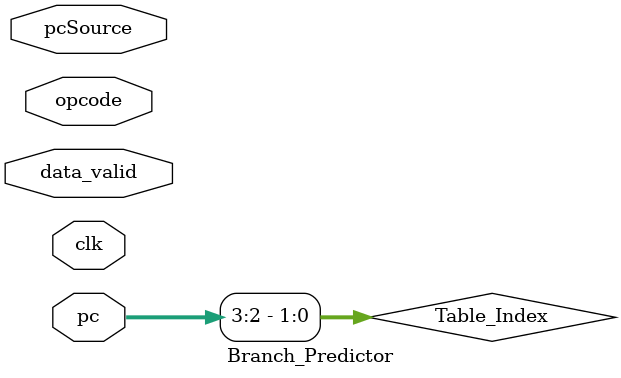
<source format=sv>
`timescale 1ns / 1ps

`define     BRANCH_ADDRESS      2
`define     BRANCH_OPCODE       7'b1100011
`define     TABLE_ADR_WIDTH     2
`define     TABLE_SIZE          2**`TABLE_ADR_WIDTH
`define     TABLE_WIDTH         32

module Branch_Predictor(
    input           clk,        // Clock source.
    input           data_valid, // Indicates received data is valid.
    input   [2:0]   pcSource,   // Target address select signal for the PC.
    input   [6:0]   opcode,     // Opcode (lowest 7 bits) of currently executing instruction.
    input   [31:0]  pc          // Program Counter (PC) value.
    );



// Evaluate if branch is taken or not.
logic Branch_Taken;
logic Branch_Not_Taken;
always_comb
begin
    if( (data_valid == 1) && (opcode == `BRANCH_OPCODE) && (pcSource == `BRANCH_ADDRESS) )
        Branch_Taken = 1;
    else
        Branch_Taken = 0;
    
    if( (data_valid == 1) && (opcode == `BRANCH_OPCODE) && (pcSource != `BRANCH_ADDRESS) )
        Branch_Not_Taken = 1;
    else
        Branch_Not_Taken = 0;
end



// Evaluate if current instruction is a branch instruction.
logic Is_Branch_Instruction;
always_comb
begin
    if( (data_valid == 1) && (opcode == `BRANCH_OPCODE) )
        Is_Branch_Instruction = 1;
    else
        Is_Branch_Instruction = 0;
end



// Begin Branch Instruction Counter.
// A new instruction is fetched when data_valid is set high.
logic [31:0] Total_Branch_Instructions = 0;

always_ff @ (posedge clk)
begin
    if( Is_Branch_Instruction )
        Total_Branch_Instructions++;
end
// End Branch Instruction Counter.



// Begin Static Branch Predictor.
// This implementation always predicts that the branch will be taken.
logic [31:0] Total_Correct_Predictions_SBP = 0;

// Update prediction counter.
always_ff @ (posedge clk)
begin
    if( Branch_Taken )
        Total_Correct_Predictions_SBP++;
end
// End Static Branch Predictor.



// Begin Dynamic Branch Predictor.
// This implementation predicts branches based on a branch history table.
logic [`TABLE_ADR_WIDTH-1:0] Table_Index;
assign Table_Index = pc[`TABLE_ADR_WIDTH+1:2];
logic [31:0] Total_Correct_Predictions_DBP = 0;
logic [`TABLE_WIDTH-1:0] Branch_History_Table [0:`TABLE_SIZE-1];

// Initialize all Branch History Table entries to zeros.
initial
begin
    for( int i=0; i<`TABLE_SIZE; i++)
    begin
        Branch_History_Table[i] = 0;
    end
end

// Make prediction.
logic Predict_Taken;
always_comb
begin
    if( Is_Branch_Instruction && (Branch_History_Table[Table_Index] > 1) )
        Predict_Taken = 1;
    else
        Predict_Taken = 0;
end

// Update prediction counter.
always_ff @ (posedge clk)
begin
    if( (Branch_Taken == Predict_Taken) && Is_Branch_Instruction )
        Total_Correct_Predictions_DBP++;
end

// Update Branch History Table.
always_ff @ (posedge clk)
begin
    if( Branch_Taken && (Branch_History_Table[Table_Index] < 3) )
        Branch_History_Table[Table_Index]++;
    else if( Branch_Not_Taken && (Branch_History_Table[Table_Index] > 0) )
        Branch_History_Table[Table_Index]--;
end
// End Dynamic Branch Predictor.



endmodule

</source>
